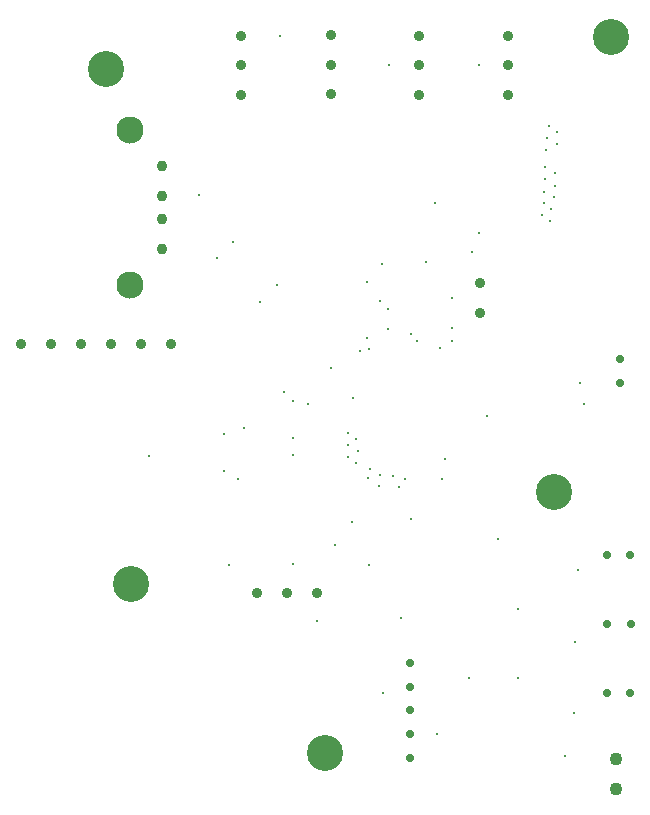
<source format=gbr>
%TF.GenerationSoftware,Altium Limited,Altium Designer,23.3.1 (30)*%
G04 Layer_Color=0*
%FSLAX25Y25*%
%MOIN*%
%TF.SameCoordinates,70BEFA69-D3B7-480D-BB84-950A8577B244*%
%TF.FilePolarity,Positive*%
%TF.FileFunction,Plated,1,2,PTH,Drill*%
%TF.Part,Single*%
G01*
G75*
%TA.AperFunction,ComponentDrill*%
%ADD97C,0.03543*%
%ADD98C,0.03622*%
%ADD99C,0.09055*%
%ADD100C,0.03543*%
%ADD101C,0.02756*%
%ADD102C,0.02756*%
%ADD103C,0.12000*%
%ADD104C,0.04331*%
%TA.AperFunction,ViaDrill,NotFilled*%
%ADD105C,0.01181*%
D97*
X386200Y350000D02*
D03*
X376200D02*
D03*
X366200D02*
D03*
X356200D02*
D03*
X346200D02*
D03*
X336200D02*
D03*
X435000Y267000D02*
D03*
X425000D02*
D03*
X415000D02*
D03*
D98*
X383169Y409146D02*
D03*
Y391429D02*
D03*
Y399303D02*
D03*
Y381587D02*
D03*
D99*
X372500Y421232D02*
D03*
Y369500D02*
D03*
D100*
X489100Y360300D02*
D03*
Y370300D02*
D03*
X409500Y442842D02*
D03*
Y452685D02*
D03*
Y433000D02*
D03*
X439500Y443000D02*
D03*
Y452843D02*
D03*
Y433157D02*
D03*
X469000Y442842D02*
D03*
Y452685D02*
D03*
Y433000D02*
D03*
X498500Y442842D02*
D03*
Y452685D02*
D03*
Y433000D02*
D03*
D101*
X536000Y337000D02*
D03*
Y344874D02*
D03*
X466000Y243500D02*
D03*
Y212004D02*
D03*
Y235626D02*
D03*
Y227752D02*
D03*
Y219878D02*
D03*
D102*
X531500Y233500D02*
D03*
X539374D02*
D03*
X531500Y279500D02*
D03*
X539374D02*
D03*
X531563Y256500D02*
D03*
X539437D02*
D03*
D103*
X514000Y300500D02*
D03*
X437500Y213600D02*
D03*
X373000Y270000D02*
D03*
X364500Y441600D02*
D03*
X533000Y452100D02*
D03*
D104*
X534500Y211500D02*
D03*
Y201500D02*
D03*
D105*
X452257Y348121D02*
D03*
X451605Y351712D02*
D03*
X449100Y347400D02*
D03*
X514800Y416500D02*
D03*
X515000Y420500D02*
D03*
X512200Y422400D02*
D03*
X511700Y418500D02*
D03*
X448500Y314100D02*
D03*
X448000Y318100D02*
D03*
X514000Y398700D02*
D03*
X514100Y402600D02*
D03*
Y406700D02*
D03*
X460400Y305700D02*
D03*
X447900Y310100D02*
D03*
X445300Y312200D02*
D03*
X452000Y305100D02*
D03*
X455800Y306200D02*
D03*
X446500Y290500D02*
D03*
X441000Y283000D02*
D03*
X435000Y257500D02*
D03*
X475000Y220000D02*
D03*
X463000Y258500D02*
D03*
X457000Y233500D02*
D03*
X466108Y291608D02*
D03*
X517676Y212676D02*
D03*
X451500Y370500D02*
D03*
X456500Y376500D02*
D03*
X471300Y377300D02*
D03*
X479900Y355200D02*
D03*
X455800Y364200D02*
D03*
X405500Y276200D02*
D03*
X379000Y312500D02*
D03*
X427000Y276500D02*
D03*
X452300Y276100D02*
D03*
X432000Y330000D02*
D03*
X427000Y331000D02*
D03*
Y318500D02*
D03*
X408500Y305000D02*
D03*
X427000Y313000D02*
D03*
X404000Y307500D02*
D03*
Y320000D02*
D03*
X410500Y322000D02*
D03*
X424000Y334000D02*
D03*
X479800Y351000D02*
D03*
X439500Y341700D02*
D03*
X474400Y396900D02*
D03*
X488978Y442788D02*
D03*
X422528Y452562D02*
D03*
X495300Y284800D02*
D03*
X501939Y261490D02*
D03*
X485600Y238600D02*
D03*
X501900D02*
D03*
X445324Y320064D02*
D03*
X489000Y387000D02*
D03*
X445200Y316100D02*
D03*
X511100Y414500D02*
D03*
X476000Y348500D02*
D03*
X447000Y331900D02*
D03*
X458500Y361500D02*
D03*
X480000Y365200D02*
D03*
X452602Y308283D02*
D03*
X510900Y408700D02*
D03*
X511000Y404700D02*
D03*
X510500Y400650D02*
D03*
Y397000D02*
D03*
X462280Y302221D02*
D03*
X455500Y302500D02*
D03*
X464374Y304874D02*
D03*
X510000Y393000D02*
D03*
X513000Y395000D02*
D03*
X477500Y311500D02*
D03*
X476500Y305000D02*
D03*
X491500Y326000D02*
D03*
X512500Y391000D02*
D03*
X458486Y355000D02*
D03*
X468200Y350700D02*
D03*
X466217Y353283D02*
D03*
X486500Y380500D02*
D03*
X395500Y399500D02*
D03*
X459000Y443000D02*
D03*
X416000Y364000D02*
D03*
X401500Y378500D02*
D03*
X421500Y369500D02*
D03*
X407000Y384000D02*
D03*
X520500Y227000D02*
D03*
X521000Y250500D02*
D03*
X522000Y274500D02*
D03*
X524000Y330000D02*
D03*
X522500Y337000D02*
D03*
%TF.MD5,d16929669d3e73e4541b8ebd90322b13*%
M02*

</source>
